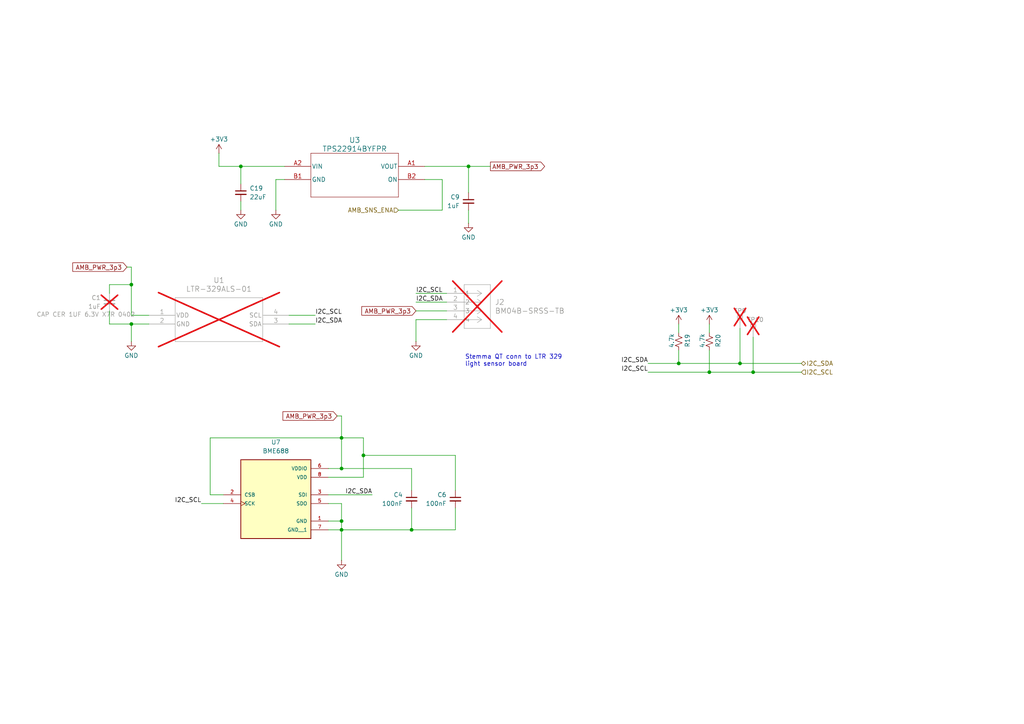
<source format=kicad_sch>
(kicad_sch (version 20250114) (generator "eeschema") (generator_version "9.0")
  (paper "A4")
  (title_block (title "SproutSyncProto-A-01") (date "2025-07-16") (rev "0.1") (company "SproutSync LTD") (comment 1 "ALL RIGHTS RESERVED") (comment 2 "Drawn By: Thomas Sweeney") (comment 3 "R&D Check:") (comment 4 "MFG Check:"))
  (lib_symbols
    (symbol "Connector:TestPoint" (pin_numbers (hide yes)) (pin_names (offset 0.762) (hide yes))
      (property "Reference" "TP" (at 0 6.858 0))
      (property "Value" "TestPoint" (at 0 5.08 0))
      (symbol "TestPoint_0_1"
        (circle (center 0 3.302) (radius 0.762))
      )
      (symbol "TestPoint_1_1"
        (pin passive line (at 0 0 90) (length 2.54) (name "1") (number "1"))
      )
    )
    (symbol "Device:C_Small" (pin_numbers (hide yes)) (pin_names (offset 0.254) (hide yes))
      (property "Reference" "C" (at 0.254 1.778 0))
      (property "Value" "C_Small" (at 0.254 -2.032 0))
      (symbol "C_Small_0_1"
        (polyline (pts (xy -1.524 0.508) (xy 1.524 0.508)) (stroke (width 0.3048)))
        (polyline (pts (xy -1.524 -0.508) (xy 1.524 -0.508)) (stroke (width 0.3302)))
      )
      (symbol "C_Small_1_1"
        (pin passive line (at 0 2.54 270) (length 2.032) (name "~") (number "1"))
        (pin passive line (at 0 -2.54 90) (length 2.032) (name "~") (number "2"))
      )
    )
    (symbol "Device:R_Small_US" (pin_numbers (hide yes)) (pin_names (offset 0.254) (hide yes))
      (property "Reference" "R" (at 0.762 0.508 0))
      (property "Value" "R_Small_US" (at 0.762 -1.016 0))
      (symbol "R_Small_US_1_1"
        (polyline (pts (xy 0 1.524) (xy 1.016 1.143) (xy 0 0.762) (xy -1.016 0.381) (xy 0 0)))
        (polyline (pts (xy 0 0) (xy 1.016 -0.381) (xy 0 -0.762) (xy -1.016 -1.143) (xy 0 -1.524)))
        (pin passive line (at 0 2.54 270) (length 1.016) (name "~") (number "1"))
        (pin passive line (at 0 -2.54 90) (length 1.016) (name "~") (number "2"))
      )
    )
    (symbol "SproutSense:BM04B-SRSS-TB" (pin_names (offset 0.254))
      (property "Reference" "J" (at 8.89 6.35 0))
      (property "Value" "BM04B-SRSS-TB" (at 0 0 0))
      (symbol "BM04B-SRSS-TB_1_1"
        (polyline (pts (xy 5.08 2.54) (xy 5.08 -10.16)) (stroke (width 0.127)))
        (polyline (pts (xy 5.08 -10.16) (xy 12.7 -10.16)) (stroke (width 0.127)))
        (polyline (pts (xy 10.16 0) (xy 5.08 0)) (stroke (width 0.127)))
        (polyline (pts (xy 10.16 0) (xy 8.89 0.8467)) (stroke (width 0.127)))
        (polyline (pts (xy 10.16 0) (xy 8.89 -0.8467)) (stroke (width 0.127)))
        (polyline (pts (xy 10.16 -2.54) (xy 5.08 -2.54)) (stroke (width 0.127)))
        (polyline (pts (xy 10.16 -2.54) (xy 8.89 -1.6933)) (stroke (width 0.127)))
        (polyline (pts (xy 10.16 -2.54) (xy 8.89 -3.3867)) (stroke (width 0.127)))
        (polyline (pts (xy 10.16 -5.08) (xy 5.08 -5.08)) (stroke (width 0.127)))
        (polyline (pts (xy 10.16 -5.08) (xy 8.89 -4.2333)) (stroke (width 0.127)))
        (polyline (pts (xy 10.16 -5.08) (xy 8.89 -5.9267)) (stroke (width 0.127)))
        (polyline (pts (xy 10.16 -7.62) (xy 5.08 -7.62)) (stroke (width 0.127)))
        (polyline (pts (xy 10.16 -7.62) (xy 8.89 -6.7733)) (stroke (width 0.127)))
        (polyline (pts (xy 10.16 -7.62) (xy 8.89 -8.4667)) (stroke (width 0.127)))
        (polyline (pts (xy 12.7 2.54) (xy 5.08 2.54)) (stroke (width 0.127)))
        (polyline (pts (xy 12.7 -10.16) (xy 12.7 2.54)) (stroke (width 0.127)))
        (pin unspecified line (at 0 0 0) (length 5.08) (name "1") (number "1"))
        (pin unspecified line (at 0 -2.54 0) (length 5.08) (name "2") (number "2"))
        (pin unspecified line (at 0 -5.08 0) (length 5.08) (name "3") (number "3"))
        (pin unspecified line (at 0 -7.62 0) (length 5.08) (name "4") (number "4"))
      )
      (symbol "BM04B-SRSS-TB_1_2"
        (polyline (pts (xy 5.08 2.54) (xy 5.08 -10.16)) (stroke (width 0.127)))
        (polyline (pts (xy 5.08 -10.16) (xy 12.7 -10.16)) (stroke (width 0.127)))
        (polyline (pts (xy 7.62 0) (xy 5.08 0)) (stroke (width 0.127)))
        (polyline (pts (xy 7.62 0) (xy 8.89 0.8467)) (stroke (width 0.127)))
        (polyline (pts (xy 7.62 0) (xy 8.89 -0.8467)) (stroke (width 0.127)))
        (polyline (pts (xy 7.62 -2.54) (xy 5.08 -2.54)) (stroke (width 0.127)))
        (polyline (pts (xy 7.62 -2.54) (xy 8.89 -1.6933)) (stroke (width 0.127)))
        (polyline (pts (xy 7.62 -2.54) (xy 8.89 -3.3867)) (stroke (width 0.127)))
        (polyline (pts (xy 7.62 -5.08) (xy 5.08 -5.08)) (stroke (width 0.127)))
        (polyline (pts (xy 7.62 -5.08) (xy 8.89 -4.2333)) (stroke (width 0.127)))
        (polyline (pts (xy 7.62 -5.08) (xy 8.89 -5.9267)) (stroke (width 0.127)))
        (polyline (pts (xy 7.62 -7.62) (xy 5.08 -7.62)) (stroke (width 0.127)))
        (polyline (pts (xy 7.62 -7.62) (xy 8.89 -6.7733)) (stroke (width 0.127)))
        (polyline (pts (xy 7.62 -7.62) (xy 8.89 -8.4667)) (stroke (width 0.127)))
        (polyline (pts (xy 12.7 2.54) (xy 5.08 2.54)) (stroke (width 0.127)))
        (polyline (pts (xy 12.7 -10.16) (xy 12.7 2.54)) (stroke (width 0.127)))
        (pin unspecified line (at 0 0 0) (length 5.08) (name "1") (number "1"))
        (pin unspecified line (at 0 -2.54 0) (length 5.08) (name "2") (number "2"))
        (pin unspecified line (at 0 -5.08 0) (length 5.08) (name "3") (number "3"))
        (pin unspecified line (at 0 -7.62 0) (length 5.08) (name "4") (number "4"))
      )
    )
    (symbol "SproutSense:BME688" (pin_names (offset 1.016))
      (property "Reference" "U" (at -10.16 10.668 0))
      (property "Value" "BME688" (at -10.16 -15.24 0))
      (symbol "BME688_0_0"
        (rectangle (start -10.16 -12.7) (end 10.16 10.16) (stroke (width 0.254)) (fill (type background)))
        (pin input line (at -15.24 0 0) (length 5.08) (name "CSB") (number "2"))
        (pin input clock (at -15.24 -2.54 0) (length 5.08) (name "SCK") (number "4"))
        (pin power_in line (at 15.24 7.62 180) (length 5.08) (name "VDDIO") (number "6"))
        (pin power_in line (at 15.24 5.08 180) (length 5.08) (name "VDD") (number "8"))
        (pin bidirectional line (at 15.24 0 180) (length 5.08) (name "SDI") (number "3"))
        (pin bidirectional line (at 15.24 -2.54 180) (length 5.08) (name "SDO") (number "5"))
        (pin power_in line (at 15.24 -7.62 180) (length 5.08) (name "GND") (number "1"))
        (pin power_in line (at 15.24 -10.16 180) (length 5.08) (name "GND__1") (number "7"))
      )
    )
    (symbol "SproutSense:LTR-329ALS-01" (pin_names (offset 0.254))
      (property "Reference" "U" (at 20.32 10.16 0))
      (property "Value" "LTR-329ALS-01" (at 20.32 7.62 0))
      (symbol "LTR-329ALS-01_0_1"
        (polyline (pts (xy 7.62 5.08) (xy 7.62 -7.62)) (stroke (width 0.127)))
        (polyline (pts (xy 7.62 -7.62) (xy 33.02 -7.62)) (stroke (width 0.127)))
        (polyline (pts (xy 33.02 5.08) (xy 7.62 5.08)) (stroke (width 0.127)))
        (polyline (pts (xy 33.02 -7.62) (xy 33.02 5.08)) (stroke (width 0.127)))
        (pin power_in line (at 0 0 0) (length 7.62) (name "VDD") (number "1"))
        (pin power_out line (at 0 -2.54 0) (length 7.62) (name "GND") (number "2"))
        (pin input line (at 40.64 0 180) (length 7.62) (name "SCL") (number "4"))
        (pin bidirectional line (at 40.64 -2.54 180) (length 7.62) (name "SDA") (number "3"))
      )
    )
    (symbol "SproutSense:TPS22914BYFPR" (pin_names (offset 0.254))
      (property "Reference" "U" (at 0 10.16 0))
      (property "Value" "TPS22914BYFPR" (at 0 7.62 0))
      (symbol "TPS22914BYFPR_0_1"
        (polyline (pts (xy -12.7 5.08) (xy -12.7 -7.62)) (stroke (width 0.127)))
        (polyline (pts (xy -12.7 -7.62) (xy 12.7 -7.62)) (stroke (width 0.127)))
        (polyline (pts (xy 12.7 5.08) (xy -12.7 5.08)) (stroke (width 0.127)))
        (polyline (pts (xy 12.7 -7.62) (xy 12.7 5.08)) (stroke (width 0.127)))
        (pin input line (at -20.32 1.27 0) (length 7.62) (name "VIN") (number "A2"))
        (pin power_in line (at -20.32 -2.54 0) (length 7.62) (name "GND") (number "B1"))
        (pin output line (at 20.32 1.27 180) (length 7.62) (name "VOUT") (number "A1"))
        (pin input line (at 20.32 -2.54 180) (length 7.62) (name "ON") (number "B2"))
      )
    )
    (symbol "power:+3V0" (power) (pin_numbers (hide yes)) (pin_names (offset 0) (hide yes))
      (property "Value" "+3V0" (at 0 3.556 0))
      (symbol "+3V0_0_1"
        (polyline (pts (xy -0.762 1.27) (xy 0 2.54)))
        (polyline (pts (xy 0 2.54) (xy 0.762 1.27)))
        (polyline (pts (xy 0 0) (xy 0 2.54)))
      )
      (symbol "+3V0_1_1"
        (pin power_in line (at 0 0 90) (length 0) (name "~") (number "1"))
      )
    )
    (symbol "power:GND" (power) (pin_numbers (hide yes)) (pin_names (offset 0) (hide yes))
      (property "Value" "GND" (at 0 -3.81 0))
      (symbol "GND_0_1"
        (polyline (pts (xy 0 0) (xy 0 -1.27) (xy 1.27 -1.27) (xy 0 -2.54) (xy -1.27 -1.27) (xy 0 -1.27)))
      )
      (symbol "GND_1_1"
        (pin power_in line (at 0 0 270) (length 0) (name "~") (number "1"))
      )
    )
  )
  (text "Stemma QT conn to LTR 329 \nlight sensor board" (at 134.874 104.648 0) (effects (font (size 1.27 1.27)) (justify left)))
  (junction (at 99.06 135.89))
  (junction (at 218.44 107.95))
  (junction (at 105.41 132.08))
  (junction (at 135.89 48.26))
  (junction (at 196.85 105.41))
  (junction (at 38.1 93.98))
  (junction (at 119.38 153.67))
  (junction (at 69.85 48.26))
  (junction (at 214.63 105.41))
  (junction (at 99.06 151.13))
  (junction (at 205.74 107.95))
  (junction (at 38.1 82.55))
  (junction (at 99.06 153.67))
  (junction (at 99.06 127))
  (wire (pts (xy 95.25 138.43) (xy 105.41 138.43)))
  (wire (pts (xy 64.77 143.51) (xy 60.96 143.51)))
  (wire (pts (xy 119.38 142.24) (xy 119.38 135.89)))
  (wire (pts (xy 63.5 48.26) (xy 69.85 48.26)))
  (wire (pts (xy 69.85 58.42) (xy 69.85 60.96)))
  (wire (pts (xy 120.65 92.71) (xy 129.54 92.71)))
  (wire (pts (xy 99.06 120.65) (xy 99.06 127)))
  (wire (pts (xy 128.27 60.96) (xy 128.27 52.07)))
  (wire (pts (xy 99.06 146.05) (xy 99.06 151.13)))
  (wire (pts (xy 120.65 92.71) (xy 120.65 99.06)))
  (wire (pts (xy 38.1 82.55) (xy 38.1 91.44)))
  (wire (pts (xy 83.82 93.98) (xy 91.44 93.98)))
  (wire (pts (xy 196.85 101.6) (xy 196.85 105.41)))
  (wire (pts (xy 82.55 52.07) (xy 80.01 52.07)))
  (wire (pts (xy 31.75 90.17) (xy 31.75 93.98)))
  (wire (pts (xy 99.06 127) (xy 99.06 135.89)))
  (wire (pts (xy 105.41 132.08) (xy 105.41 138.43)))
  (wire (pts (xy 218.44 107.95) (xy 232.41 107.95)))
  (wire (pts (xy 63.5 44.45) (xy 63.5 48.26)))
  (wire (pts (xy 205.74 107.95) (xy 218.44 107.95)))
  (wire (pts (xy 214.63 95.25) (xy 214.63 105.41)))
  (wire (pts (xy 135.89 60.96) (xy 135.89 64.77)))
  (wire (pts (xy 83.82 91.44) (xy 91.44 91.44)))
  (wire (pts (xy 105.41 127) (xy 105.41 132.08)))
  (wire (pts (xy 69.85 48.26) (xy 82.55 48.26)))
  (wire (pts (xy 99.06 135.89) (xy 95.25 135.89)))
  (wire (pts (xy 196.85 93.98) (xy 196.85 96.52)))
  (wire (pts (xy 135.89 48.26) (xy 142.24 48.26)))
  (wire (pts (xy 119.38 153.67) (xy 99.06 153.67)))
  (wire (pts (xy 43.18 91.44) (xy 38.1 91.44)))
  (wire (pts (xy 120.65 90.17) (xy 129.54 90.17)))
  (wire (pts (xy 115.57 60.96) (xy 128.27 60.96)))
  (wire (pts (xy 95.25 153.67) (xy 99.06 153.67)))
  (wire (pts (xy 31.75 93.98) (xy 38.1 93.98)))
  (wire (pts (xy 99.06 151.13) (xy 99.06 153.67)))
  (wire (pts (xy 132.08 147.32) (xy 132.08 153.67)))
  (wire (pts (xy 38.1 77.47) (xy 38.1 82.55)))
  (wire (pts (xy 99.06 153.67) (xy 99.06 162.56)))
  (wire (pts (xy 58.42 146.05) (xy 64.77 146.05)))
  (wire (pts (xy 95.25 146.05) (xy 99.06 146.05)))
  (wire (pts (xy 80.01 52.07) (xy 80.01 60.96)))
  (wire (pts (xy 38.1 93.98) (xy 38.1 99.06)))
  (wire (pts (xy 120.65 87.63) (xy 129.54 87.63)))
  (wire (pts (xy 38.1 77.47) (xy 36.83 77.47)))
  (wire (pts (xy 187.96 105.41) (xy 196.85 105.41)))
  (wire (pts (xy 99.06 127) (xy 105.41 127)))
  (wire (pts (xy 132.08 153.67) (xy 119.38 153.67)))
  (wire (pts (xy 214.63 105.41) (xy 232.41 105.41)))
  (wire (pts (xy 69.85 53.34) (xy 69.85 48.26)))
  (wire (pts (xy 99.06 120.65) (xy 97.79 120.65)))
  (wire (pts (xy 119.38 147.32) (xy 119.38 153.67)))
  (wire (pts (xy 135.89 48.26) (xy 135.89 55.88)))
  (wire (pts (xy 95.25 151.13) (xy 99.06 151.13)))
  (wire (pts (xy 60.96 143.51) (xy 60.96 127)))
  (wire (pts (xy 132.08 132.08) (xy 105.41 132.08)))
  (wire (pts (xy 205.74 93.98) (xy 205.74 96.52)))
  (wire (pts (xy 132.08 142.24) (xy 132.08 132.08)))
  (wire (pts (xy 60.96 127) (xy 99.06 127)))
  (wire (pts (xy 31.75 85.09) (xy 31.75 82.55)))
  (wire (pts (xy 218.44 97.79) (xy 218.44 107.95)))
  (wire (pts (xy 187.96 107.95) (xy 205.74 107.95)))
  (wire (pts (xy 119.38 135.89) (xy 99.06 135.89)))
  (wire (pts (xy 196.85 105.41) (xy 214.63 105.41)))
  (wire (pts (xy 123.19 48.26) (xy 135.89 48.26)))
  (wire (pts (xy 95.25 143.51) (xy 107.95 143.51)))
  (wire (pts (xy 120.65 85.09) (xy 129.54 85.09)))
  (wire (pts (xy 205.74 101.6) (xy 205.74 107.95)))
  (wire (pts (xy 31.75 82.55) (xy 38.1 82.55)))
  (wire (pts (xy 43.18 93.98) (xy 38.1 93.98)))
  (wire (pts (xy 128.27 52.07) (xy 123.19 52.07)))
  (label "I2C_SCL" (at 187.96 107.95 180))
  (label "I2C_SCL" (at 91.44 91.44 0))
  (label "I2C_SCL" (at 58.42 146.05 180))
  (label "I2C_SDA" (at 107.95 143.51 180))
  (label "I2C_SDA" (at 187.96 105.41 180))
  (label "I2C_SDA" (at 120.65 87.63 0))
  (label "I2C_SCL" (at 120.65 85.09 0))
  (label "I2C_SDA" (at 91.44 93.98 0))
  (global_label "AMB_PWR_3p3" (shape input) (at 120.65 90.17 180) (property "Intersheetrefs" "${INTERSHEET_REFS}" (effects (hide yes))))
  (global_label "AMB_PWR_3p3" (shape input) (at 36.83 77.47 180) (property "Intersheetrefs" "${INTERSHEET_REFS}" (effects (hide yes))))
  (global_label "AMB_PWR_3p3" (shape input) (at 97.79 120.65 180) (property "Intersheetrefs" "${INTERSHEET_REFS}" (effects (hide yes))))
  (global_label "AMB_PWR_3p3" (shape output) (at 142.24 48.26 0) (property "Intersheetrefs" "${INTERSHEET_REFS}" (effects (hide yes))))
  (hierarchical_label "AMB_SNS_ENA" (shape input) (at 115.57 60.96 180))
  (hierarchical_label "I2C_SDA" (shape bidirectional) (at 232.41 105.41 0))
  (hierarchical_label "I2C_SCL" (shape input) (at 232.41 107.95 0))
  (symbol (lib_id "Device:R_Small_US") (at 196.85 99.06 180) (unit 1)
    (property "Reference" "R19" (at 199.39 98.806 90))
    (property "Value" "4.7k" (at 194.818 98.806 90))
    (property "Footprint" "Resistor_SMD:R_0402_1005Metric" (effects (hide yes)))
    (property "Datasheet" "https://www.yageo.com/upload/media/product/products/datasheet/rchip/PYu-RC_Group_51_RoHS_L_12.pdf" (effects (hide yes)))
    (property "Description" "RES 4.7K OHM 5% 1/16W 0402" (effects (hide yes)))
    (property "Distributor Prt #" "311-4.7KJRCT-ND" (effects (hide yes)))
    (property "Manuf Prt #" "	 RC0402JR-074K7L" (effects (hide yes)))
  )
  (symbol (lib_id "power:+3V0") (at 205.74 93.98 0) (unit 1)
    (property "Reference" "#PWR062" (effects (hide yes)))
    (property "Value" "+3V3" (at 205.74 89.916 0))
    (property "Description" "Power symbol creates a global label with name \"+3V0\"" (effects (hide yes)))
  )
  (symbol (lib_id "Connector:TestPoint") (at 218.44 97.79 0) (unit 1) (in_bom no) (dnp yes)
    (property "Reference" "TP10" (at 216.662 92.71 0) (effects (justify left)))
    (property "Value" "TestPoint" (effects (hide yes)))
    (property "Footprint" "TestPoint:TestPoint_Pad_D1.0mm" (effects (hide yes)))
    (property "Description" "test point" (effects (hide yes)))
  )
  (symbol (lib_id "power:+3V0") (at 196.85 93.98 0) (unit 1)
    (property "Reference" "#PWR061" (effects (hide yes)))
    (property "Value" "+3V3" (at 196.85 89.916 0))
    (property "Description" "Power symbol creates a global label with name \"+3V0\"" (effects (hide yes)))
  )
  (symbol (lib_id "SproutSense:BM04B-SRSS-TB") (at 129.54 85.09 0) (unit 1) (dnp yes)
    (property "Reference" "J2" (at 143.51 87.6299 0) (effects (font (size 1.524 1.524)) (justify left)))
    (property "Value" "BM04B-SRSS-TB" (at 143.51 90.1699 0) (effects (font (size 1.524 1.524)) (justify left)))
    (property "Footprint" "SproutSenseFootprints:CONN4_BM04B-SRSS_JST" (effects (hide yes)))
    (property "Datasheet" "BM04B-SRSS-TB" (effects (hide yes)))
    (property "Description" "CONN HEADER SMD 4POS 1MM" (effects (hide yes)))
    (property "Distributor Prt #" "455-BM04B-SRSS-TBCT-ND" (effects (hide yes)))
    (property "Manuf Prt #" "BM04B-SRSS-TB" (effects (hide yes)))
  )
  (symbol (lib_id "Device:C_Small") (at 69.85 55.88 0) (unit 1)
    (property "Reference" "C19" (at 72.39 54.6162 0) (effects (justify left)))
    (property "Value" "22uF" (at 72.39 57.1562 0) (effects (justify left)))
    (property "Footprint" "Capacitor_SMD:C_0402_1005Metric" (effects (hide yes)))
    (property "Datasheet" "https://search.murata.co.jp/Ceramy/image/img/A01X/G101/ENG/GRM21BZ71A226ME15-01.pdf" (effects (hide yes)))
    (property "Description" "CAP CER 22UF 6.3V X5R 0402" (effects (hide yes)))
    (property "Distributor Prt #" "490-GRM158R60J226ME01DCT-ND" (effects (hide yes)))
    (property "Manuf Prt #" "GRM158R60J226ME01D" (effects (hide yes)))
  )
  (symbol (lib_id "power:GND") (at 135.89 64.77 0) (unit 1)
    (property "Reference" "#PWR022" (effects (hide yes)))
    (property "Value" "GND" (at 135.89 68.834 0))
    (property "Description" "Power symbol creates a global label with name \"GND\" , ground" (effects (hide yes)))
  )
  (symbol (lib_id "SproutSense:BME688") (at 80.01 143.51 0) (unit 1)
    (property "Reference" "U7" (at 80.01 128.27 0))
    (property "Value" "BME688" (at 80.01 130.81 0))
    (property "Footprint" "SproutSenseFootprints:IC_BME688" (effects (hide yes)))
    (property "Datasheet" "https://www.bosch-sensortec.com/media/boschsensortec/downloads/datasheets/bst-bme688-ds000.pdf" (effects (hide yes)))
    (property "Description" "SENSOR GAS/HUM/PRES/TEMP I2C SPI" (effects (hide yes)))
    (property "PARTREV" "1.0" (effects (hide yes)))
    (property "STANDARD" "Manufacturer recommendations" (effects (hide yes)))
    (property "MAXIMUM_PACKAGE_HEIGHT" "1.0 mm" (effects (hide yes)))
    (property "MANUFACTURER" "BOSCH" (effects (hide yes)))
    (property "Distributor Prt #" "828-BME688CT-ND" (effects (hide yes)))
    (property "Manuf Prt #" "BME688" (effects (hide yes)))
  )
  (symbol (lib_id "Device:C_Small") (at 119.38 144.78 0) (mirror y) (unit 1)
    (property "Reference" "C4" (at 116.84 143.5162 0) (effects (justify left)))
    (property "Value" "100nF" (at 116.84 146.0562 0) (effects (justify left)))
    (property "Footprint" "Capacitor_SMD:C_0402_1005Metric" (effects (hide yes)))
    (property "Datasheet" "https://search.murata.co.jp/Ceramy/image/img/A01X/G101/ENG/GRM155R70J105KA12-01.pdf" (effects (hide yes)))
    (property "Description" "CAP CER 0.1UF 16V X7R 0402" (effects (hide yes)))
    (property "Distributor Prt #" "1292-1630-1-ND" (effects (hide yes)))
    (property "Manuf Prt #" "  0402B104K160CT" (effects (hide yes)))
  )
  (symbol (lib_id "power:GND") (at 38.1 99.06 0) (unit 1)
    (property "Reference" "#PWR031" (effects (hide yes)))
    (property "Value" "GND" (at 38.1 103.124 0))
    (property "Description" "Power symbol creates a global label with name \"GND\" , ground" (effects (hide yes)))
  )
  (symbol (lib_id "power:GND") (at 69.85 60.96 0) (unit 1)
    (property "Reference" "#PWR019" (effects (hide yes)))
    (property "Value" "GND" (at 69.85 65.024 0))
    (property "Description" "Power symbol creates a global label with name \"GND\" , ground" (effects (hide yes)))
  )
  (symbol (lib_id "power:+3V0") (at 63.5 44.45 0) (unit 1)
    (property "Reference" "#PWR015" (effects (hide yes)))
    (property "Value" "+3V3" (at 63.5 40.386 0))
    (property "Description" "Power symbol creates a global label with name \"+3V0\"" (effects (hide yes)))
  )
  (symbol (lib_id "power:GND") (at 99.06 162.56 0) (unit 1)
    (property "Reference" "#PWR030" (effects (hide yes)))
    (property "Value" "GND" (at 99.06 166.624 0))
    (property "Description" "Power symbol creates a global label with name \"GND\" , ground" (effects (hide yes)))
  )
  (symbol (lib_id "SproutSense:LTR-329ALS-01") (at 43.18 91.44 0) (unit 1) (exclude_from_sim yes) (in_bom no) (on_board no) (dnp yes)
    (property "Reference" "U1" (at 63.5 81.28 0) (effects (font (size 1.524 1.524))))
    (property "Value" "LTR-329ALS-01" (at 63.5 83.82 0) (effects (font (size 1.524 1.524))))
    (property "Footprint" "SproutSenseFootprints:LTR-329ALS-01_LTO" (effects (hide yes)))
    (property "Datasheet" "https://optoelectronics.liteon.com/upload/download/DS86-2014-0006/LTR-329ALS-01_DS_V1.pdf" (effects (hide yes)))
    (property "Description" "SENSOR OPT AMBIENT 4 VDFN" (effects (hide yes)))
    (property "Distributor Prt #" "160-2160-1-ND" (effects (hide yes)))
    (property "Manuf Prt #" "LTR-329ALS-01" (effects (hide yes)))
  )
  (symbol (lib_id "SproutSense:TPS22914BYFPR") (at 102.87 49.53 0) (unit 1)
    (property "Reference" "U3" (at 102.87 40.64 0) (effects (font (size 1.524 1.524))))
    (property "Value" "TPS22914BYFPR" (at 102.87 43.18 0) (effects (font (size 1.524 1.524))))
    (property "Footprint" "SproutSenseFootprints:YFP4_TEX" (effects (hide yes)))
    (property "Datasheet" "https://www.ti.com/lit/gpn/tps22914" (effects (hide yes)))
    (property "Description" "IC PWR SWITCH N-CHAN 1:1 4DSBGA" (effects (hide yes)))
    (property "Distributor Prt #" "296-TPS22914BYFPRCT-ND" (effects (hide yes)))
    (property "Manuf Prt #" "	 TPS22914BYFPR" (effects (hide yes)))
  )
  (symbol (lib_id "power:GND") (at 120.65 99.06 0) (unit 1)
    (property "Reference" "#PWR027" (effects (hide yes)))
    (property "Value" "GND" (at 120.65 103.124 0))
    (property "Description" "Power symbol creates a global label with name \"GND\" , ground" (effects (hide yes)))
  )
  (symbol (lib_id "Connector:TestPoint") (at 214.63 95.25 0) (unit 1) (in_bom no) (dnp yes)
    (property "Reference" "TP9" (at 212.852 90.17 0) (effects (justify left)))
    (property "Value" "TestPoint" (effects (hide yes)))
    (property "Footprint" "TestPoint:TestPoint_Pad_D1.0mm" (effects (hide yes)))
    (property "Description" "test point" (effects (hide yes)))
  )
  (symbol (lib_id "power:GND") (at 80.01 60.96 0) (unit 1)
    (property "Reference" "#PWR021" (effects (hide yes)))
    (property "Value" "GND" (at 80.01 65.024 0))
    (property "Description" "Power symbol creates a global label with name \"GND\" , ground" (effects (hide yes)))
  )
  (symbol (lib_id "Device:C_Small") (at 132.08 144.78 0) (mirror y) (unit 1)
    (property "Reference" "C6" (at 129.54 143.5162 0) (effects (justify left)))
    (property "Value" "100nF" (at 129.54 146.0562 0) (effects (justify left)))
    (property "Footprint" "Capacitor_SMD:C_0402_1005Metric" (effects (hide yes)))
    (property "Datasheet" "https://search.murata.co.jp/Ceramy/image/img/A01X/G101/ENG/GRM155R70J105KA12-01.pdf" (effects (hide yes)))
    (property "Description" "CAP CER 0.1UF 16V X7R 0402" (effects (hide yes)))
    (property "Distributor Prt #" "1292-1630-1-ND" (effects (hide yes)))
    (property "Manuf Prt #" "  0402B104K160CT" (effects (hide yes)))
  )
  (symbol (lib_id "Device:C_Small") (at 135.89 58.42 0) (mirror y) (unit 1)
    (property "Reference" "C9" (at 133.35 57.1562 0) (effects (justify left)))
    (property "Value" "1uF" (at 133.35 59.6962 0) (effects (justify left)))
    (property "Footprint" "Capacitor_SMD:C_0402_1005Metric" (effects (hide yes)))
    (property "Datasheet" "https://search.murata.co.jp/Ceramy/image/img/A01X/G101/ENG/GRM155R70J105KA12-01.pdf" (effects (hide yes)))
    (property "Description" "CAP CER 1UF 6.3V X7R 0402" (effects (hide yes)))
    (property "Distributor Prt #" "490-10024-1-ND - Cut Tape (CT)" (effects (hide yes)))
    (property "Manuf Prt #" "GRM155R70J105KA12D" (effects (hide yes)))
  )
  (symbol (lib_id "Device:C_Small") (at 31.75 87.63 0) (mirror y) (unit 1) (exclude_from_sim yes) (in_bom no) (on_board no) (dnp yes)
    (property "Reference" "C1" (at 29.21 86.3662 0) (effects (justify left)))
    (property "Value" "1uF" (at 29.21 88.9062 0) (effects (justify left)))
    (property "Footprint" "Capacitor_SMD:C_0402_1005Metric" (effects (hide yes)))
    (property "Datasheet" "https://search.murata.co.jp/Ceramy/image/img/A01X/G101/ENG/GRM155R70J105KA12-01.pdf" (effects (hide yes)))
    (property "Description" "CAP CER 1UF 6.3V X7R 0402" (at 24.892 91.186 0))
    (property "Distributor Prt #" "490-10024-1-ND - Cut Tape (CT)" (effects (hide yes)))
    (property "Manuf Prt #" "GRM155R70J105KA12D" (effects (hide yes)))
  )
  (symbol (lib_id "Device:R_Small_US") (at 205.74 99.06 180) (unit 1)
    (property "Reference" "R20" (at 208.28 98.806 90))
    (property "Value" "4.7k" (at 203.708 98.806 90))
    (property "Footprint" "Resistor_SMD:R_0402_1005Metric" (effects (hide yes)))
    (property "Datasheet" "https://www.yageo.com/upload/media/product/products/datasheet/rchip/PYu-RC_Group_51_RoHS_L_12.pdf" (effects (hide yes)))
    (property "Description" "RES 4.7K OHM 5% 1/16W 0402" (effects (hide yes)))
    (property "Distributor Prt #" "311-4.7KJRCT-ND" (effects (hide yes)))
    (property "Manuf Prt #" "	 RC0402JR-074K7L" (effects (hide yes)))
  )
)
</source>
